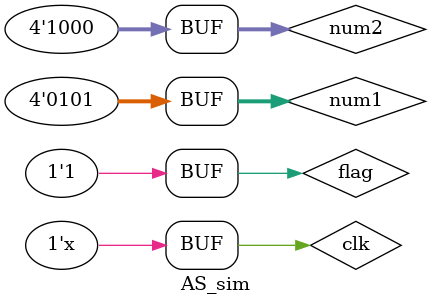
<source format=v>
`timescale 1ns / 1ps


module AS_sim();
reg[3:0] num1,num2;
reg clk;
reg flag;
wire symbol;
wire overflow;
wire[7:0] outID;
wire[7:0] out;
AdderSubtracterDisplay as(.num1(num1),.num2(num2),.clk(clk),.overflow(overflow),.symbol(symbol),.flag(flag),.outID(outID),.out(out));
initial
begin
 clk = 0;
 flag = 0;
 num1 = 5;
 num2 = 6;
 #5000
 flag = 0;
 num1 = 10;
 num2 = 1;
 #5000
 flag = 0;
 num1 = 12;
 num2 = 10;
 #5000
 flag = 1;
 num1 = 5;
 num2 = 2;
 #5000
 flag = 1;
 num1 = 5;
 num2 = 8;
end
always
begin
 #5 clk = ~clk;
end
endmodule

</source>
